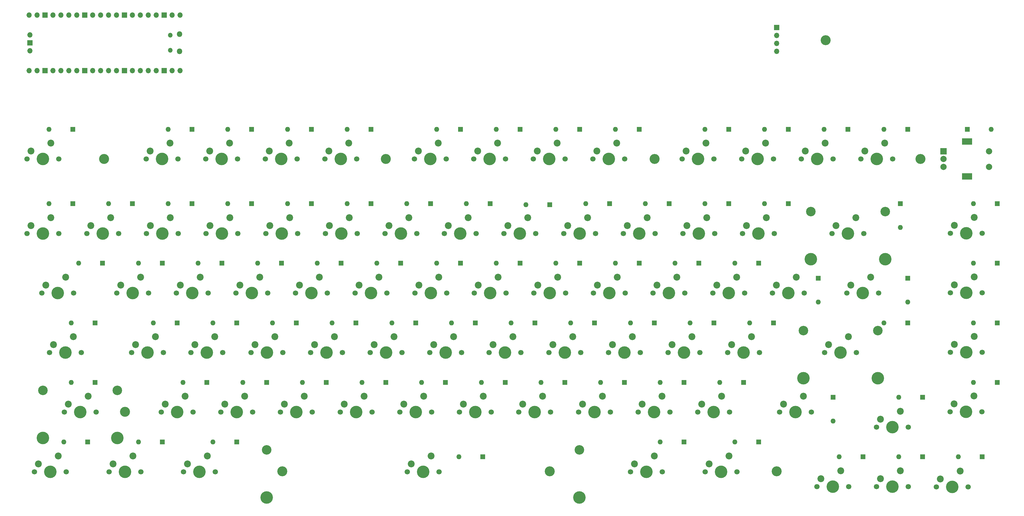
<source format=gbr>
%TF.GenerationSoftware,KiCad,Pcbnew,9.0.0-rc1-116-g42b204fc74*%
%TF.CreationDate,2025-03-01T19:27:56+05:30*%
%TF.ProjectId,nimitboard78,6e696d69-7462-46f6-9172-6437382e6b69,rev?*%
%TF.SameCoordinates,Original*%
%TF.FileFunction,Soldermask,Bot*%
%TF.FilePolarity,Negative*%
%FSLAX46Y46*%
G04 Gerber Fmt 4.6, Leading zero omitted, Abs format (unit mm)*
G04 Created by KiCad (PCBNEW 9.0.0-rc1-116-g42b204fc74) date 2025-03-01 19:27:56*
%MOMM*%
%LPD*%
G01*
G04 APERTURE LIST*
%ADD10C,1.700000*%
%ADD11C,4.000000*%
%ADD12C,2.200000*%
%ADD13C,3.200000*%
%ADD14R,1.700000X1.700000*%
%ADD15O,1.700000X1.700000*%
%ADD16C,3.050000*%
%ADD17R,2.000000X2.000000*%
%ADD18C,2.000000*%
%ADD19R,3.200000X2.000000*%
%ADD20O,1.800000X1.800000*%
%ADD21O,1.500000X1.500000*%
%ADD22R,1.600000X1.600000*%
%ADD23O,1.600000X1.600000*%
G04 APERTURE END LIST*
D10*
%TO.C,SW70*%
X49740500Y-181146000D03*
D11*
X54820500Y-181146000D03*
D10*
X59900500Y-181146000D03*
D12*
X57360500Y-176066000D03*
X51010500Y-178606000D03*
%TD*%
D13*
%TO.C,H6*%
X129000000Y-181000000D03*
%TD*%
D10*
%TO.C,SW47*%
X99768752Y-143010000D03*
D11*
X104848752Y-143010000D03*
D10*
X109928752Y-143010000D03*
D12*
X107388752Y-137930000D03*
X101038752Y-140470000D03*
%TD*%
D10*
%TO.C,SW76*%
X73575500Y-181146000D03*
D11*
X78655500Y-181146000D03*
D10*
X83735500Y-181146000D03*
D12*
X81195500Y-176066000D03*
X74845500Y-178606000D03*
%TD*%
D10*
%TO.C,SW12*%
X294922500Y-81039000D03*
D11*
X300002500Y-81039000D03*
D10*
X305082500Y-81039000D03*
D12*
X302542500Y-75959000D03*
X296192500Y-78499000D03*
%TD*%
D10*
%TO.C,SW22*%
X180798000Y-104874000D03*
D11*
X185878000Y-104874000D03*
D10*
X190958000Y-104874000D03*
D12*
X188418000Y-99794000D03*
X182068000Y-102334000D03*
%TD*%
D10*
%TO.C,SW10*%
X256822500Y-81039000D03*
D11*
X261902500Y-81039000D03*
D10*
X266982500Y-81039000D03*
D12*
X264442500Y-75959000D03*
X258092500Y-78499000D03*
%TD*%
D10*
%TO.C,SW1*%
X47357000Y-81039000D03*
D11*
X52437000Y-81039000D03*
D10*
X57517000Y-81039000D03*
D12*
X54977000Y-75959000D03*
X48627000Y-78499000D03*
%TD*%
D10*
%TO.C,SW11*%
X275872500Y-81039000D03*
D11*
X280952500Y-81039000D03*
D10*
X286032500Y-81039000D03*
D12*
X283492500Y-75959000D03*
X277142500Y-78499000D03*
%TD*%
D10*
%TO.C,SW7*%
X190147500Y-81039000D03*
D11*
X195227500Y-81039000D03*
D10*
X200307500Y-81039000D03*
D12*
X197767500Y-75959000D03*
X191417500Y-78499000D03*
%TD*%
D10*
%TO.C,SW69*%
X242737000Y-162078000D03*
D11*
X247817000Y-162078000D03*
D10*
X252897000Y-162078000D03*
D12*
X250357000Y-156998000D03*
X244007000Y-159538000D03*
%TD*%
D13*
%TO.C,H7*%
X214515000Y-181000000D03*
%TD*%
%TO.C,H5*%
X78655500Y-162000000D03*
%TD*%
D10*
%TO.C,SW80*%
X240336000Y-181146000D03*
D11*
X245416000Y-181146000D03*
D10*
X250496000Y-181146000D03*
D12*
X247956000Y-176066000D03*
X241606000Y-178606000D03*
%TD*%
D10*
%TO.C,SW40*%
X247540500Y-123942000D03*
D11*
X252620500Y-123942000D03*
D10*
X257700500Y-123942000D03*
D12*
X255160500Y-118862000D03*
X248810500Y-121402000D03*
%TD*%
D10*
%TO.C,SW4*%
X123557000Y-81039000D03*
D11*
X128637000Y-81039000D03*
D10*
X133717000Y-81039000D03*
D12*
X131177000Y-75959000D03*
X124827000Y-78499000D03*
%TD*%
D10*
%TO.C,SW53*%
X214202000Y-143010000D03*
D11*
X219282000Y-143010000D03*
D10*
X224362000Y-143010000D03*
D12*
X221822000Y-137930000D03*
X215472000Y-140470000D03*
%TD*%
D10*
%TO.C,SW15*%
X47357000Y-104874000D03*
D11*
X52437000Y-104874000D03*
D10*
X57517000Y-104874000D03*
D12*
X54977000Y-99794000D03*
X48627000Y-102334000D03*
%TD*%
D10*
%TO.C,SW31*%
X76013000Y-123942000D03*
D11*
X81093000Y-123942000D03*
D10*
X86173000Y-123942000D03*
D12*
X83633000Y-118862000D03*
X77283000Y-121402000D03*
%TD*%
D10*
%TO.C,SW68*%
X223669000Y-162078000D03*
D11*
X228749000Y-162078000D03*
D10*
X233829000Y-162078000D03*
D12*
X231289000Y-156998000D03*
X224939000Y-159538000D03*
%TD*%
D10*
%TO.C,SW38*%
X209404500Y-123942000D03*
D11*
X214484500Y-123942000D03*
D10*
X219564500Y-123942000D03*
D12*
X217024500Y-118862000D03*
X210674500Y-121402000D03*
%TD*%
D10*
%TO.C,SW34*%
X133217000Y-123942000D03*
D11*
X138297000Y-123942000D03*
D10*
X143377000Y-123942000D03*
D12*
X140837000Y-118862000D03*
X134487000Y-121402000D03*
%TD*%
D14*
%TO.C,J2*%
X287000000Y-38920000D03*
D15*
X287000000Y-41460000D03*
X287000000Y-44000000D03*
X287000000Y-46540000D03*
%TD*%
D10*
%TO.C,SW73*%
X318991500Y-185913000D03*
D11*
X324071500Y-185913000D03*
D10*
X329151500Y-185913000D03*
D12*
X326611500Y-180833000D03*
X320261500Y-183373000D03*
%TD*%
D10*
%TO.C,SW56*%
X271406000Y-143010000D03*
D11*
X276486000Y-143010000D03*
D10*
X281566000Y-143010000D03*
D12*
X279026000Y-137930000D03*
X272676000Y-140470000D03*
%TD*%
D10*
%TO.C,SW67*%
X204601000Y-162078000D03*
D11*
X209681000Y-162078000D03*
D10*
X214761000Y-162078000D03*
D12*
X212221000Y-156998000D03*
X205871000Y-159538000D03*
%TD*%
D10*
%TO.C,SW27*%
X276138000Y-104874000D03*
D11*
X281218000Y-104874000D03*
D10*
X286298000Y-104874000D03*
D12*
X283758000Y-99794000D03*
X277408000Y-102334000D03*
%TD*%
D10*
%TO.C,SW8*%
X209197500Y-81039000D03*
D11*
X214277500Y-81039000D03*
D10*
X219357500Y-81039000D03*
D12*
X216817500Y-75959000D03*
X210467500Y-78499000D03*
%TD*%
D10*
%TO.C,SW50*%
X157071752Y-143010000D03*
D11*
X162151752Y-143010000D03*
D10*
X167231752Y-143010000D03*
D12*
X164691752Y-137930000D03*
X158341752Y-140470000D03*
%TD*%
D10*
%TO.C,SW2*%
X85457000Y-81039000D03*
D11*
X90537000Y-81039000D03*
D10*
X95617000Y-81039000D03*
D12*
X93077000Y-75959000D03*
X86727000Y-78499000D03*
%TD*%
D10*
%TO.C,SW44*%
X342582500Y-142875000D03*
D11*
X347662500Y-142875000D03*
D10*
X352742500Y-142875000D03*
D12*
X350202500Y-137795000D03*
X343852500Y-140335000D03*
%TD*%
D10*
%TO.C,SW32*%
X95081000Y-123942000D03*
D11*
X100161000Y-123942000D03*
D10*
X105241000Y-123942000D03*
D12*
X102701000Y-118862000D03*
X96351000Y-121402000D03*
%TD*%
D10*
%TO.C,SW5*%
X142607000Y-81039000D03*
D11*
X147687000Y-81039000D03*
D10*
X152767000Y-81039000D03*
D12*
X150227000Y-75959000D03*
X143877000Y-78499000D03*
%TD*%
D10*
%TO.C,SW77*%
X97410500Y-181146000D03*
D11*
X102490500Y-181146000D03*
D10*
X107570500Y-181146000D03*
D12*
X105030500Y-176066000D03*
X98680500Y-178606000D03*
%TD*%
D10*
%TO.C,SW52*%
X195123252Y-143010000D03*
D11*
X200203252Y-143010000D03*
D10*
X205283252Y-143010000D03*
D12*
X202743252Y-137930000D03*
X196393252Y-140470000D03*
%TD*%
D13*
%TO.C,H2*%
X162078000Y-81000000D03*
%TD*%
D10*
%TO.C,SW29*%
X342552000Y-123825000D03*
D11*
X347632000Y-123825000D03*
D10*
X352712000Y-123825000D03*
D12*
X350172000Y-118745000D03*
X343822000Y-121285000D03*
%TD*%
D10*
%TO.C,SW62*%
X128413500Y-162078000D03*
D11*
X133493500Y-162078000D03*
D10*
X138573500Y-162078000D03*
D12*
X136033500Y-156998000D03*
X129683500Y-159538000D03*
%TD*%
D10*
%TO.C,SW75*%
X318991500Y-166845000D03*
D11*
X324071500Y-166845000D03*
D10*
X329151500Y-166845000D03*
D12*
X326611500Y-161765000D03*
X320261500Y-164305000D03*
%TD*%
D10*
%TO.C,SW46*%
X80799752Y-143010000D03*
D11*
X85879752Y-143010000D03*
D10*
X90959752Y-143010000D03*
D12*
X88419752Y-137930000D03*
X82069752Y-140470000D03*
%TD*%
D10*
%TO.C,SW30*%
X52124000Y-123942000D03*
D11*
X57204000Y-123942000D03*
D10*
X62284000Y-123942000D03*
D12*
X59744000Y-118862000D03*
X53394000Y-121402000D03*
%TD*%
D16*
%TO.C,SW59*%
X52454500Y-155078000D03*
D11*
X52454500Y-170318000D03*
D10*
X59274500Y-162078000D03*
D11*
X64354500Y-162078000D03*
D10*
X69434500Y-162078000D03*
D16*
X76254500Y-155078000D03*
D11*
X76254500Y-170318000D03*
D12*
X66894500Y-156998000D03*
X60544500Y-159538000D03*
%TD*%
D10*
%TO.C,SW49*%
X138003752Y-143010000D03*
D11*
X143083752Y-143010000D03*
D10*
X148163752Y-143010000D03*
D12*
X145623752Y-137930000D03*
X139273752Y-140470000D03*
%TD*%
D10*
%TO.C,SW72*%
X299923500Y-185913000D03*
D11*
X305003500Y-185913000D03*
D10*
X310083500Y-185913000D03*
D12*
X307543500Y-180833000D03*
X301193500Y-183373000D03*
%TD*%
D13*
%TO.C,H8*%
X287000000Y-181000000D03*
%TD*%
D10*
%TO.C,SW16*%
X66474500Y-104874000D03*
D11*
X71554500Y-104874000D03*
D10*
X76634500Y-104874000D03*
D12*
X74094500Y-99794000D03*
X67744500Y-102334000D03*
%TD*%
D10*
%TO.C,SW64*%
X147481500Y-162078000D03*
D11*
X152561500Y-162078000D03*
D10*
X157641500Y-162078000D03*
D12*
X155101500Y-156998000D03*
X148751500Y-159538000D03*
%TD*%
D10*
%TO.C,SW71*%
X288006000Y-162078000D03*
D11*
X293086000Y-162078000D03*
D10*
X298166000Y-162078000D03*
D12*
X295626000Y-156998000D03*
X289276000Y-159538000D03*
%TD*%
D10*
%TO.C,SW6*%
X171182000Y-81039000D03*
D11*
X176262000Y-81039000D03*
D10*
X181342000Y-81039000D03*
D12*
X178802000Y-75959000D03*
X172452000Y-78499000D03*
%TD*%
D10*
%TO.C,SW65*%
X166549500Y-162078000D03*
D11*
X171629500Y-162078000D03*
D10*
X176709500Y-162078000D03*
D12*
X174169500Y-156998000D03*
X167819500Y-159538000D03*
%TD*%
D10*
%TO.C,SW26*%
X257070000Y-104874000D03*
D11*
X262150000Y-104874000D03*
D10*
X267230000Y-104874000D03*
D12*
X264690000Y-99794000D03*
X258340000Y-102334000D03*
%TD*%
D10*
%TO.C,SW17*%
X85542500Y-104874000D03*
D11*
X90622500Y-104874000D03*
D10*
X95702500Y-104874000D03*
D12*
X93162500Y-99794000D03*
X86812500Y-102334000D03*
%TD*%
D10*
%TO.C,SW55*%
X252338000Y-143010000D03*
D11*
X257418000Y-143010000D03*
D10*
X262498000Y-143010000D03*
D12*
X259958000Y-137930000D03*
X253608000Y-140470000D03*
%TD*%
D10*
%TO.C,SW42*%
X285676500Y-123942000D03*
D11*
X290756500Y-123942000D03*
D10*
X295836500Y-123942000D03*
D12*
X293296500Y-118862000D03*
X286946500Y-121402000D03*
%TD*%
D17*
%TO.C,SW81*%
X340412500Y-78539000D03*
D18*
X340412500Y-83539000D03*
X340412500Y-81039000D03*
D19*
X347912500Y-75439000D03*
X347912500Y-86639000D03*
D18*
X354912500Y-83539000D03*
X354912500Y-78539000D03*
%TD*%
D13*
%TO.C,H4*%
X333000000Y-81000000D03*
%TD*%
D10*
%TO.C,SW79*%
X264171000Y-181146000D03*
D11*
X269251000Y-181146000D03*
D10*
X274331000Y-181146000D03*
D12*
X271791000Y-176066000D03*
X265441000Y-178606000D03*
%TD*%
D10*
%TO.C,SW3*%
X104507000Y-81039000D03*
D11*
X109587000Y-81039000D03*
D10*
X114667000Y-81039000D03*
D12*
X112127000Y-75959000D03*
X105777000Y-78499000D03*
%TD*%
D10*
%TO.C,SW39*%
X228472500Y-123942000D03*
D11*
X233552500Y-123942000D03*
D10*
X238632500Y-123942000D03*
D12*
X236092500Y-118862000D03*
X229742500Y-121402000D03*
%TD*%
D10*
%TO.C,SW19*%
X123678500Y-104874000D03*
D11*
X128758500Y-104874000D03*
D10*
X133838500Y-104874000D03*
D12*
X131298500Y-99794000D03*
X124948500Y-102334000D03*
%TD*%
D16*
%TO.C,SW57*%
X295571500Y-136010000D03*
D11*
X295571500Y-151250000D03*
D10*
X302391500Y-143010000D03*
D11*
X307471500Y-143010000D03*
D10*
X312551500Y-143010000D03*
D16*
X319371500Y-136010000D03*
D11*
X319371500Y-151250000D03*
D12*
X310011500Y-137930000D03*
X303661500Y-140470000D03*
%TD*%
D10*
%TO.C,SW45*%
X54507500Y-143010000D03*
D11*
X59587500Y-143010000D03*
D10*
X64667500Y-143010000D03*
D12*
X62127500Y-137930000D03*
X55777500Y-140470000D03*
%TD*%
D10*
%TO.C,SW9*%
X228247500Y-81039000D03*
D11*
X233327500Y-81039000D03*
D10*
X238407500Y-81039000D03*
D12*
X235867500Y-75959000D03*
X229517500Y-78499000D03*
%TD*%
D10*
%TO.C,SW51*%
X176139752Y-143010000D03*
D11*
X181219752Y-143010000D03*
D10*
X186299752Y-143010000D03*
D12*
X183759752Y-137930000D03*
X177409752Y-140470000D03*
%TD*%
D13*
%TO.C,H9*%
X302704500Y-43000000D03*
%TD*%
D20*
%TO.C,U1*%
X96150000Y-41085000D03*
D21*
X93120000Y-41385000D03*
X93120000Y-46235000D03*
D20*
X96150000Y-46535000D03*
D15*
X96280000Y-34920000D03*
X93740000Y-34920000D03*
D14*
X91200000Y-34920000D03*
D15*
X88660000Y-34920000D03*
X86120000Y-34920000D03*
X83580000Y-34920000D03*
X81040000Y-34920000D03*
D14*
X78500000Y-34920000D03*
D15*
X75960000Y-34920000D03*
X73420000Y-34920000D03*
X70880000Y-34920000D03*
X68340000Y-34920000D03*
D14*
X65800000Y-34920000D03*
D15*
X63260000Y-34920000D03*
X60720000Y-34920000D03*
X58180000Y-34920000D03*
X55640000Y-34920000D03*
D14*
X53100000Y-34920000D03*
D15*
X50560000Y-34920000D03*
X48020000Y-34920000D03*
X48020000Y-52700000D03*
X50560000Y-52700000D03*
D14*
X53100000Y-52700000D03*
D15*
X55640000Y-52700000D03*
X58180000Y-52700000D03*
X60720000Y-52700000D03*
X63260000Y-52700000D03*
D14*
X65800000Y-52700000D03*
D15*
X68340000Y-52700000D03*
X70880000Y-52700000D03*
X73420000Y-52700000D03*
X75960000Y-52700000D03*
D14*
X78500000Y-52700000D03*
D15*
X81040000Y-52700000D03*
X83580000Y-52700000D03*
X86120000Y-52700000D03*
X88660000Y-52700000D03*
D14*
X91200000Y-52700000D03*
D15*
X93740000Y-52700000D03*
X96280000Y-52700000D03*
X48250000Y-41270000D03*
D14*
X48250000Y-43810000D03*
D15*
X48250000Y-46350000D03*
%TD*%
D10*
%TO.C,SW25*%
X238002000Y-104874000D03*
D11*
X243082000Y-104874000D03*
D10*
X248162000Y-104874000D03*
D12*
X245622000Y-99794000D03*
X239272000Y-102334000D03*
%TD*%
D10*
%TO.C,SW54*%
X233259252Y-143010000D03*
D11*
X238339252Y-143010000D03*
D10*
X243419252Y-143010000D03*
D12*
X240879252Y-137930000D03*
X234529252Y-140470000D03*
%TD*%
D10*
%TO.C,SW43*%
X309511500Y-123942000D03*
D11*
X314591500Y-123942000D03*
D10*
X319671500Y-123942000D03*
D12*
X317131500Y-118862000D03*
X310781500Y-121402000D03*
%TD*%
D10*
%TO.C,SW20*%
X142746500Y-104874000D03*
D11*
X147826500Y-104874000D03*
D10*
X152906500Y-104874000D03*
D12*
X150366500Y-99794000D03*
X144016500Y-102334000D03*
%TD*%
D10*
%TO.C,SW21*%
X161814500Y-104874000D03*
D11*
X166894500Y-104874000D03*
D10*
X171974500Y-104874000D03*
D12*
X169434500Y-99794000D03*
X163084500Y-102334000D03*
%TD*%
D13*
%TO.C,H3*%
X248000000Y-81000000D03*
%TD*%
%TO.C,H1*%
X72000000Y-81039000D03*
%TD*%
D10*
%TO.C,SW37*%
X190336500Y-123942000D03*
D11*
X195416500Y-123942000D03*
D10*
X200496500Y-123942000D03*
D12*
X197956500Y-118862000D03*
X191606500Y-121402000D03*
%TD*%
D10*
%TO.C,SW24*%
X218934000Y-104874000D03*
D11*
X224014000Y-104874000D03*
D10*
X229094000Y-104874000D03*
D12*
X226554000Y-99794000D03*
X220204000Y-102334000D03*
%TD*%
D10*
%TO.C,SW41*%
X266608500Y-123942000D03*
D11*
X271688500Y-123942000D03*
D10*
X276768500Y-123942000D03*
D12*
X274228500Y-118862000D03*
X267878500Y-121402000D03*
%TD*%
D10*
%TO.C,SW36*%
X171353000Y-123942000D03*
D11*
X176433000Y-123942000D03*
D10*
X181513000Y-123942000D03*
D12*
X178973000Y-118862000D03*
X172623000Y-121402000D03*
%TD*%
D10*
%TO.C,SW13*%
X313972500Y-81039000D03*
D11*
X319052500Y-81039000D03*
D10*
X324132500Y-81039000D03*
D12*
X321592500Y-75959000D03*
X315242500Y-78499000D03*
%TD*%
D10*
%TO.C,SW14*%
X342547500Y-104775000D03*
D11*
X347627500Y-104775000D03*
D10*
X352707500Y-104775000D03*
D12*
X350167500Y-99695000D03*
X343817500Y-102235000D03*
%TD*%
D10*
%TO.C,SW63*%
X261787500Y-162078000D03*
D11*
X266867500Y-162078000D03*
D10*
X271947500Y-162078000D03*
D12*
X269407500Y-156998000D03*
X263057500Y-159538000D03*
%TD*%
D10*
%TO.C,SW60*%
X90277500Y-162078000D03*
D11*
X95357500Y-162078000D03*
D10*
X100437500Y-162078000D03*
D12*
X97897500Y-156998000D03*
X91547500Y-159538000D03*
%TD*%
D10*
%TO.C,SW33*%
X114149000Y-123942000D03*
D11*
X119229000Y-123942000D03*
D10*
X124309000Y-123942000D03*
D12*
X121769000Y-118862000D03*
X115419000Y-121402000D03*
%TD*%
D10*
%TO.C,SW48*%
X118935752Y-143010000D03*
D11*
X124015752Y-143010000D03*
D10*
X129095752Y-143010000D03*
D12*
X126555752Y-137930000D03*
X120205752Y-140470000D03*
%TD*%
D10*
%TO.C,SW35*%
X152285000Y-123942000D03*
D11*
X157365000Y-123942000D03*
D10*
X162445000Y-123942000D03*
D12*
X159905000Y-118862000D03*
X153555000Y-121402000D03*
%TD*%
D10*
%TO.C,SW74*%
X338059500Y-186000000D03*
D11*
X343139500Y-186000000D03*
D10*
X348219500Y-186000000D03*
D12*
X345679500Y-180920000D03*
X339329500Y-183460000D03*
%TD*%
D10*
%TO.C,SW58*%
X342498000Y-161925000D03*
D11*
X347578000Y-161925000D03*
D10*
X352658000Y-161925000D03*
D12*
X350118000Y-156845000D03*
X343768000Y-159385000D03*
%TD*%
D10*
%TO.C,SW66*%
X185617500Y-162078000D03*
D11*
X190697500Y-162078000D03*
D10*
X195777500Y-162078000D03*
D12*
X193237500Y-156998000D03*
X186887500Y-159538000D03*
%TD*%
D10*
%TO.C,SW61*%
X109345500Y-162078000D03*
D11*
X114425500Y-162078000D03*
D10*
X119505500Y-162078000D03*
D12*
X116965500Y-156998000D03*
X110615500Y-159538000D03*
%TD*%
D16*
%TO.C,SW28*%
X297920000Y-97874000D03*
D11*
X297920000Y-113114000D03*
D10*
X304740000Y-104874000D03*
D11*
X309820000Y-104874000D03*
D10*
X314900000Y-104874000D03*
D16*
X321720000Y-97874000D03*
D11*
X321720000Y-113114000D03*
D12*
X312360000Y-99794000D03*
X306010000Y-102334000D03*
%TD*%
D16*
%TO.C,SW78*%
X123995500Y-174146000D03*
D11*
X123995500Y-189386000D03*
D10*
X168915500Y-181146000D03*
D11*
X173995500Y-181146000D03*
D10*
X179075500Y-181146000D03*
D16*
X223995500Y-174146000D03*
D11*
X223995500Y-189386000D03*
D12*
X176535500Y-176066000D03*
X170185500Y-178606000D03*
%TD*%
D10*
%TO.C,SW23*%
X199866000Y-104874000D03*
D11*
X204946000Y-104874000D03*
D10*
X210026000Y-104874000D03*
D12*
X207486000Y-99794000D03*
X201136000Y-102334000D03*
%TD*%
D10*
%TO.C,SW18*%
X104610500Y-104874000D03*
D11*
X109690500Y-104874000D03*
D10*
X114770500Y-104874000D03*
D12*
X112230500Y-99794000D03*
X105880500Y-102334000D03*
%TD*%
D22*
%TO.C,D77*%
X281253000Y-171612000D03*
D23*
X273633000Y-171612000D03*
%TD*%
D22*
%TO.C,D32*%
X90573000Y-114408000D03*
D23*
X82953000Y-114408000D03*
%TD*%
D22*
%TO.C,D69*%
X143010000Y-152544000D03*
D23*
X135390000Y-152544000D03*
%TD*%
D22*
%TO.C,D8*%
X185913000Y-71505000D03*
D23*
X178293000Y-71505000D03*
%TD*%
D22*
%TO.C,D28*%
X100107000Y-95340000D03*
D23*
X92487000Y-95340000D03*
%TD*%
D22*
%TO.C,D21*%
X233583000Y-95340000D03*
D23*
X225963000Y-95340000D03*
%TD*%
D22*
%TO.C,D52*%
X276486000Y-152544000D03*
D23*
X268866000Y-152544000D03*
%TD*%
D22*
%TO.C,D2*%
X81039000Y-95340000D03*
D23*
X73419000Y-95340000D03*
%TD*%
D22*
%TO.C,D31*%
X71505000Y-114408000D03*
D23*
X63885000Y-114408000D03*
%TD*%
D22*
%TO.C,D64*%
X95340000Y-133476000D03*
D23*
X87720000Y-133476000D03*
%TD*%
D22*
%TO.C,D3*%
X61971000Y-71505000D03*
D23*
X54351000Y-71505000D03*
%TD*%
D22*
%TO.C,D40*%
X243117000Y-114408000D03*
D23*
X235497000Y-114408000D03*
%TD*%
D22*
%TO.C,D49*%
X305088000Y-157311000D03*
D23*
X305088000Y-164931000D03*
%TD*%
D22*
%TO.C,D46*%
X357525000Y-152544000D03*
D23*
X349905000Y-152544000D03*
%TD*%
D22*
%TO.C,D27*%
X119175000Y-95340000D03*
D23*
X111555000Y-95340000D03*
%TD*%
D22*
%TO.C,D25*%
X157311000Y-95340000D03*
D23*
X149691000Y-95340000D03*
%TD*%
D22*
%TO.C,D15*%
X328923000Y-71505000D03*
D23*
X321303000Y-71505000D03*
%TD*%
D22*
%TO.C,D42*%
X281253000Y-114408000D03*
D23*
X273633000Y-114408000D03*
%TD*%
D22*
%TO.C,D58*%
X347991000Y-71505000D03*
D23*
X355611000Y-71505000D03*
%TD*%
D22*
%TO.C,D26*%
X138243000Y-95340000D03*
D23*
X130623000Y-95340000D03*
%TD*%
D22*
%TO.C,D81*%
X352758000Y-176379000D03*
D23*
X345138000Y-176379000D03*
%TD*%
D22*
%TO.C,D33*%
X109641000Y-114408000D03*
D23*
X102021000Y-114408000D03*
%TD*%
D22*
%TO.C,D9*%
X204981000Y-71505000D03*
D23*
X197361000Y-71505000D03*
%TD*%
D22*
%TO.C,D76*%
X193063500Y-176379000D03*
D23*
X185443500Y-176379000D03*
%TD*%
D22*
%TO.C,D39*%
X224049000Y-114408000D03*
D23*
X216429000Y-114408000D03*
%TD*%
D22*
%TO.C,D73*%
X66738000Y-171612000D03*
D23*
X59118000Y-171612000D03*
%TD*%
D22*
%TO.C,D17*%
X326539500Y-95340000D03*
D23*
X326539500Y-102960000D03*
%TD*%
D22*
%TO.C,D16*%
X357525000Y-95340000D03*
D23*
X349905000Y-95340000D03*
%TD*%
D22*
%TO.C,D4*%
X100107000Y-71505000D03*
D23*
X92487000Y-71505000D03*
%TD*%
D22*
%TO.C,D44*%
X328923000Y-119175000D03*
D23*
X328923000Y-126795000D03*
%TD*%
D22*
%TO.C,D5*%
X119175000Y-71505000D03*
D23*
X111555000Y-71505000D03*
%TD*%
D22*
%TO.C,D11*%
X243117000Y-71505000D03*
D23*
X235497000Y-71505000D03*
%TD*%
D22*
%TO.C,D38*%
X204981000Y-114408000D03*
D23*
X197361000Y-114408000D03*
%TD*%
D22*
%TO.C,D65*%
X69121500Y-133476000D03*
D23*
X61501500Y-133476000D03*
%TD*%
D22*
%TO.C,D59*%
X190680000Y-133476000D03*
D23*
X183060000Y-133476000D03*
%TD*%
D22*
%TO.C,D29*%
X209748000Y-133476000D03*
D23*
X202128000Y-133476000D03*
%TD*%
D22*
%TO.C,D19*%
X271719000Y-95340000D03*
D23*
X264099000Y-95340000D03*
%TD*%
D22*
%TO.C,D71*%
X181146000Y-152544000D03*
D23*
X173526000Y-152544000D03*
%TD*%
D22*
%TO.C,D24*%
X176379000Y-95340000D03*
D23*
X168759000Y-95340000D03*
%TD*%
D22*
%TO.C,D53*%
X257418000Y-152544000D03*
D23*
X249798000Y-152544000D03*
%TD*%
D22*
%TO.C,D51*%
X266952000Y-133476000D03*
D23*
X259332000Y-133476000D03*
%TD*%
D22*
%TO.C,D14*%
X309855000Y-71505000D03*
D23*
X302235000Y-71505000D03*
%TD*%
D22*
%TO.C,D72*%
X200214000Y-152544000D03*
D23*
X192594000Y-152544000D03*
%TD*%
D22*
%TO.C,D7*%
X157311000Y-71505000D03*
D23*
X149691000Y-71505000D03*
%TD*%
D22*
%TO.C,D62*%
X133476000Y-133476000D03*
D23*
X125856000Y-133476000D03*
%TD*%
D22*
%TO.C,D63*%
X114408000Y-133476000D03*
D23*
X106788000Y-133476000D03*
%TD*%
D22*
%TO.C,D10*%
X224049000Y-71505000D03*
D23*
X216429000Y-71505000D03*
%TD*%
D22*
%TO.C,D13*%
X290787000Y-71505000D03*
D23*
X283167000Y-71505000D03*
%TD*%
D22*
%TO.C,D41*%
X262185000Y-114408000D03*
D23*
X254565000Y-114408000D03*
%TD*%
D22*
%TO.C,D1*%
X357525000Y-114408000D03*
D23*
X349905000Y-114408000D03*
%TD*%
D22*
%TO.C,D78*%
X257418000Y-171612000D03*
D23*
X249798000Y-171612000D03*
%TD*%
D22*
%TO.C,D34*%
X128709000Y-114408000D03*
D23*
X121089000Y-114408000D03*
%TD*%
D22*
%TO.C,D23*%
X195447000Y-95340000D03*
D23*
X187827000Y-95340000D03*
%TD*%
D22*
%TO.C,D37*%
X185913000Y-114408000D03*
D23*
X178293000Y-114408000D03*
%TD*%
D22*
%TO.C,D67*%
X104874000Y-152544000D03*
D23*
X97254000Y-152544000D03*
%TD*%
D22*
%TO.C,D55*%
X228816000Y-133476000D03*
D23*
X221196000Y-133476000D03*
%TD*%
D22*
%TO.C,D22*%
X214515000Y-95643000D03*
D23*
X206895000Y-95643000D03*
%TD*%
D22*
%TO.C,D74*%
X90573000Y-171612000D03*
D23*
X82953000Y-171612000D03*
%TD*%
D22*
%TO.C,D35*%
X147777000Y-114408000D03*
D23*
X140157000Y-114408000D03*
%TD*%
D22*
%TO.C,D47*%
X328923000Y-133476000D03*
D23*
X321303000Y-133476000D03*
%TD*%
D22*
%TO.C,D61*%
X152544000Y-133476000D03*
D23*
X144924000Y-133476000D03*
%TD*%
D22*
%TO.C,D30*%
X61971000Y-95340000D03*
D23*
X54351000Y-95340000D03*
%TD*%
D22*
%TO.C,D36*%
X166845000Y-114408000D03*
D23*
X159225000Y-114408000D03*
%TD*%
D22*
%TO.C,D54*%
X247884000Y-133476000D03*
D23*
X240264000Y-133476000D03*
%TD*%
D22*
%TO.C,D12*%
X271719000Y-71505000D03*
D23*
X264099000Y-71505000D03*
%TD*%
D22*
%TO.C,D56*%
X238350000Y-152544000D03*
D23*
X230730000Y-152544000D03*
%TD*%
D22*
%TO.C,D68*%
X123942000Y-152544000D03*
D23*
X116322000Y-152544000D03*
%TD*%
D22*
%TO.C,D6*%
X138243000Y-71505000D03*
D23*
X130623000Y-71505000D03*
%TD*%
D22*
%TO.C,D79*%
X314622000Y-176379000D03*
D23*
X307002000Y-176379000D03*
%TD*%
D22*
%TO.C,D57*%
X219282000Y-152544000D03*
D23*
X211662000Y-152544000D03*
%TD*%
D22*
%TO.C,D45*%
X357525000Y-133476000D03*
D23*
X349905000Y-133476000D03*
%TD*%
D22*
%TO.C,D75*%
X114408000Y-171612000D03*
D23*
X106788000Y-171612000D03*
%TD*%
D22*
%TO.C,D48*%
X333690000Y-157311000D03*
D23*
X326070000Y-157311000D03*
%TD*%
D22*
%TO.C,D80*%
X333690000Y-176379000D03*
D23*
X326070000Y-176379000D03*
%TD*%
D22*
%TO.C,D70*%
X162078000Y-152544000D03*
D23*
X154458000Y-152544000D03*
%TD*%
D22*
%TO.C,D18*%
X290787000Y-95340000D03*
D23*
X283167000Y-95340000D03*
%TD*%
D22*
%TO.C,D50*%
X286020000Y-133476000D03*
D23*
X278400000Y-133476000D03*
%TD*%
D22*
%TO.C,D66*%
X69121500Y-152544000D03*
D23*
X61501500Y-152544000D03*
%TD*%
D22*
%TO.C,D20*%
X252651000Y-95340000D03*
D23*
X245031000Y-95340000D03*
%TD*%
D22*
%TO.C,D60*%
X171612000Y-133476000D03*
D23*
X163992000Y-133476000D03*
%TD*%
D22*
%TO.C,D43*%
X300321000Y-119175000D03*
D23*
X300321000Y-126795000D03*
%TD*%
M02*

</source>
